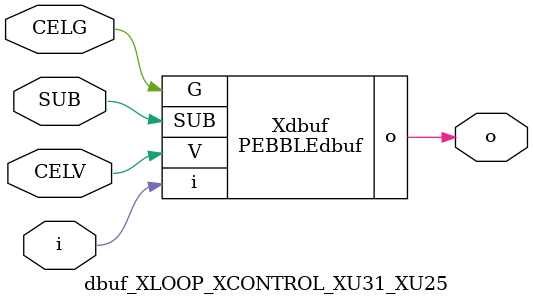
<source format=v>



module PEBBLEdbuf ( o, G, SUB, V, i );

  input V;
  input i;
  input G;
  output o;
  input SUB;
endmodule

//Celera Confidential Do Not Copy dbuf_XLOOP_XCONTROL_XU31_XU25
//Celera Confidential Symbol Generator
//Digital Buffer
module dbuf_XLOOP_XCONTROL_XU31_XU25 (CELV,CELG,i,o,SUB);
input CELV;
input CELG;
input i;
input SUB;
output o;

//Celera Confidential Do Not Copy dbuf
PEBBLEdbuf Xdbuf(
.V (CELV),
.i (i),
.o (o),
.SUB (SUB),
.G (CELG)
);
//,diesize,PEBBLEdbuf

//Celera Confidential Do Not Copy Module End
//Celera Schematic Generator
endmodule

</source>
